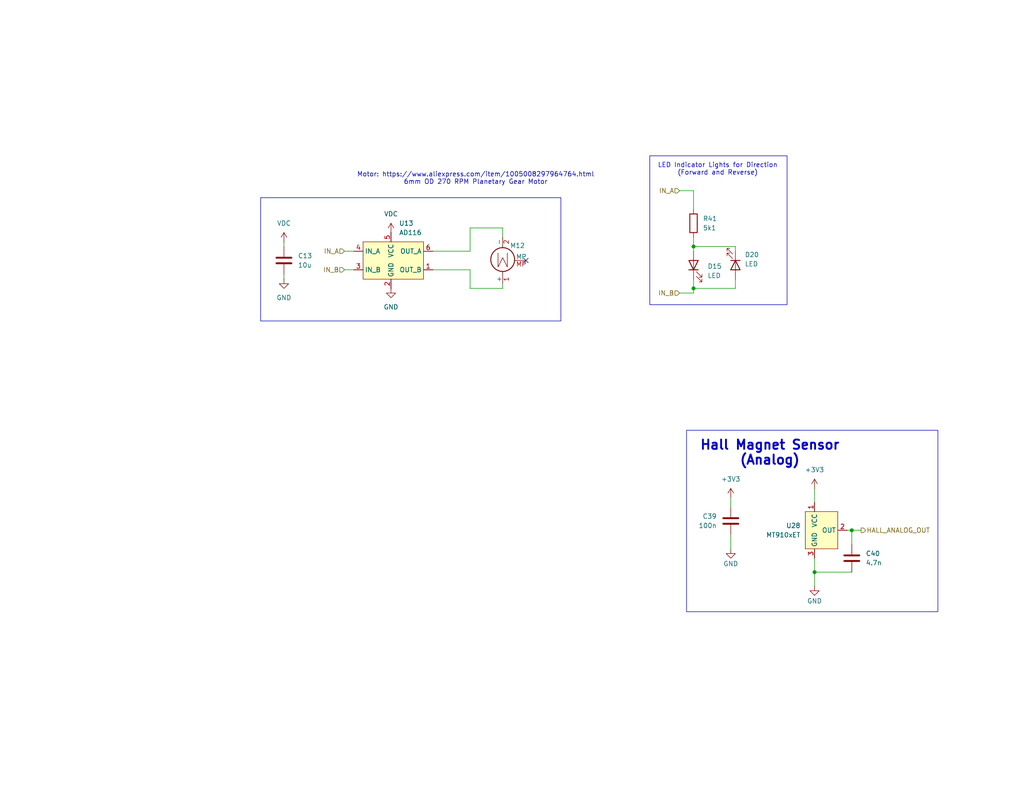
<source format=kicad_sch>
(kicad_sch (version 20231120) (generator "eeschema") (generator_version "8.0")
  (paper "USLetter")
  (lib_symbols
    (symbol "00-lib-symbols:MT910xET"
      (property "Reference" "U" (at -1.778 7.874 0))
      (property "Value" "MT910xET" (at 5.08 6.096 0))
      (symbol "MT910xET_1_1"
        (rectangle (start -2.54 5.08) (end 6.35 -5.08) (fill (type background)))
        (pin power_in line (at 0 7.62 270) (length 2.54) (name "VCC") (number "1"))
        (pin output line (at 8.89 0 180) (length 2.54) (name "OUT") (number "2"))
        (pin power_in line (at 0 -7.62 90) (length 2.54) (name "GND") (number "3"))
      )
    )
    (symbol "00-lib-symbols:Motor_DC_With_MP" (pin_names (offset 0))
      (property "Reference" "M" (at 2.54 2.54 0))
      (property "Value" "Motor_DC_With_MP" (at 2.54 -5.08 0))
      (symbol "Motor_DC_With_MP_0_0"
        (polyline (pts (xy -1.27 -3.302) (xy -1.27 0.508) (xy 0 -2.032) (xy 1.27 0.508) (xy 1.27 -3.302)))
      )
      (symbol "Motor_DC_With_MP_0_1"
        (circle (center 0 -1.524) (radius 3.2512) (stroke (width 0.254)))
        (polyline (pts (xy -3.81 -1.27) (xy -3.302 -1.27)))
        (polyline (pts (xy 0 -7.62) (xy 0 -7.112)))
        (polyline (pts (xy 0 -4.7752) (xy 0 -5.1816)))
        (polyline (pts (xy 0 1.7272) (xy 0 2.0828)))
        (polyline (pts (xy 0 2.032) (xy 0 2.54)))
      )
      (symbol "Motor_DC_With_MP_1_1"
        (pin passive line (at 0 5.08 270) (length 2.54) (name "+") (number "1"))
        (pin passive line (at 0 -7.62 90) (length 2.54) (name "-") (number "2"))
        (pin passive line (at -6.35 -1.27 0) (length 2.54) (name "MP") (number "MP"))
      )
    )
    (symbol "00-project-symbols:AD116_H_Bridge"
      (property "Reference" "U" (at 2.54 6.096 0))
      (property "Value" "AD116" (at -5.334 6.096 0))
      (symbol "AD116_H_Bridge_1_1"
        (rectangle (start -7.62 5.08) (end 8.89 -5.08) (fill (type background)))
        (pin output line (at 11.43 -2.54 180) (length 2.54) (name "OUT_B") (number "1"))
        (pin power_in line (at 0 -7.62 90) (length 2.54) (name "GND") (number "2"))
        (pin input line (at -10.16 -2.54 0) (length 2.54) (name "IN_B") (number "3"))
        (pin input line (at -10.16 2.54 0) (length 2.54) (name "IN_A") (number "4"))
        (pin power_in line (at 0 7.62 270) (length 2.54) (name "VCC") (number "5"))
        (pin output line (at 11.43 2.54 180) (length 2.54) (name "OUT_A") (number "6"))
      )
    )
    (symbol "Device:C" (pin_numbers hide) (pin_names (offset 0.254))
      (property "Reference" "C" (at 0.635 2.54 0))
      (property "Value" "C" (at 0.635 -2.54 0))
      (symbol "C_0_1"
        (polyline (pts (xy -2.032 -0.762) (xy 2.032 -0.762)) (stroke (width 0.508)))
        (polyline (pts (xy -2.032 0.762) (xy 2.032 0.762)) (stroke (width 0.508)))
      )
      (symbol "C_1_1"
        (pin passive line (at 0 3.81 270) (length 2.794) (name "~") (number "1"))
        (pin passive line (at 0 -3.81 90) (length 2.794) (name "~") (number "2"))
      )
    )
    (symbol "Device:LED" (pin_numbers hide) (pin_names (offset 1.016) hide)
      (property "Reference" "D" (at 0 2.54 0))
      (property "Value" "LED" (at 0 -2.54 0))
      (symbol "LED_0_1"
        (polyline (pts (xy -1.27 -1.27) (xy -1.27 1.27)) (stroke (width 0.254)))
        (polyline (pts (xy -1.27 0) (xy 1.27 0)))
        (polyline (pts (xy 1.27 -1.27) (xy 1.27 1.27) (xy -1.27 0) (xy 1.27 -1.27)) (stroke (width 0.254)))
        (polyline (pts (xy -3.048 -0.762) (xy -4.572 -2.286) (xy -3.81 -2.286) (xy -4.572 -2.286) (xy -4.572 -1.524)))
        (polyline (pts (xy -1.778 -0.762) (xy -3.302 -2.286) (xy -2.54 -2.286) (xy -3.302 -2.286) (xy -3.302 -1.524)))
      )
      (symbol "LED_1_1"
        (pin passive line (at -3.81 0 0) (length 2.54) (name "K") (number "1"))
        (pin passive line (at 3.81 0 180) (length 2.54) (name "A") (number "2"))
      )
    )
    (symbol "Device:R" (pin_numbers hide) (pin_names (offset 0))
      (property "Reference" "R" (at 2.032 0 90))
      (property "Value" "R" (at 0 0 90))
      (symbol "R_0_1"
        (rectangle (start -1.016 -2.54) (end 1.016 2.54) (stroke (width 0.254)))
      )
      (symbol "R_1_1"
        (pin passive line (at 0 3.81 270) (length 1.27) (name "~") (number "1"))
        (pin passive line (at 0 -3.81 90) (length 1.27) (name "~") (number "2"))
      )
    )
    (symbol "power:+3V3" (power) (pin_numbers hide) (pin_names (offset 0) hide)
      (property "Value" "+3V3" (at 0 3.556 0))
      (symbol "+3V3_0_1"
        (polyline (pts (xy -0.762 1.27) (xy 0 2.54)))
        (polyline (pts (xy 0 0) (xy 0 2.54)))
        (polyline (pts (xy 0 2.54) (xy 0.762 1.27)))
      )
      (symbol "+3V3_1_1"
        (pin power_in line (at 0 0 90) (length 0) (name "~") (number "1"))
      )
    )
    (symbol "power:GND" (power) (pin_numbers hide) (pin_names (offset 0) hide)
      (property "Value" "GND" (at 0 -3.81 0))
      (symbol "GND_0_1"
        (polyline (pts (xy 0 0) (xy 0 -1.27) (xy 1.27 -1.27) (xy 0 -2.54) (xy -1.27 -1.27) (xy 0 -1.27)))
      )
      (symbol "GND_1_1"
        (pin power_in line (at 0 0 270) (length 0) (name "~") (number "1"))
      )
    )
    (symbol "power:VDC" (power) (pin_numbers hide) (pin_names (offset 0) hide)
      (property "Value" "VDC" (at 0 3.556 0))
      (symbol "VDC_0_1"
        (polyline (pts (xy -0.762 1.27) (xy 0 2.54)))
        (polyline (pts (xy 0 0) (xy 0 2.54)))
        (polyline (pts (xy 0 2.54) (xy 0.762 1.27)))
      )
      (symbol "VDC_1_1"
        (pin power_in line (at 0 0 90) (length 0) (name "~") (number "1"))
      )
    )
  )
  (junction (at 222.25 156.21))
  (junction (at 232.41 144.78))
  (junction (at 189.23 78.74))
  (junction (at 189.23 67.31))
  (no_connect (at 143.51 71.12))
  (wire (pts (xy 232.41 144.78) (xy 232.41 148.59)))
  (wire (pts (xy 199.39 135.89) (xy 199.39 138.43)))
  (wire (pts (xy 199.39 146.05) (xy 199.39 149.86)))
  (wire (pts (xy 118.11 68.58) (xy 128.27 68.58)))
  (wire (pts (xy 77.47 74.93) (xy 77.47 76.2)))
  (wire (pts (xy 189.23 68.58) (xy 189.23 67.31)))
  (wire (pts (xy 189.23 57.15) (xy 189.23 52.07)))
  (wire (pts (xy 189.23 78.74) (xy 189.23 76.2)))
  (wire (pts (xy 189.23 52.07) (xy 185.42 52.07)))
  (wire (pts (xy 189.23 78.74) (xy 200.66 78.74)))
  (wire (pts (xy 222.25 156.21) (xy 222.25 152.4)))
  (wire (pts (xy 77.47 66.04) (xy 77.47 67.31)))
  (wire (pts (xy 128.27 78.74) (xy 137.16 78.74)))
  (wire (pts (xy 200.66 76.2) (xy 200.66 78.74)))
  (wire (pts (xy 200.66 68.58) (xy 200.66 67.31)))
  (wire (pts (xy 118.11 73.66) (xy 128.27 73.66)))
  (wire (pts (xy 93.98 73.66) (xy 96.52 73.66)))
  (wire (pts (xy 231.14 144.78) (xy 232.41 144.78)))
  (wire (pts (xy 137.16 64.77) (xy 137.16 62.23)))
  (wire (pts (xy 222.25 156.21) (xy 232.41 156.21)))
  (wire (pts (xy 137.16 62.23) (xy 128.27 62.23)))
  (wire (pts (xy 93.98 68.58) (xy 96.52 68.58)))
  (wire (pts (xy 128.27 62.23) (xy 128.27 68.58)))
  (wire (pts (xy 189.23 67.31) (xy 200.66 67.31)))
  (wire (pts (xy 189.23 80.01) (xy 189.23 78.74)))
  (wire (pts (xy 189.23 67.31) (xy 189.23 64.77)))
  (wire (pts (xy 232.41 144.78) (xy 234.95 144.78)))
  (wire (pts (xy 222.25 133.35) (xy 222.25 137.16)))
  (wire (pts (xy 137.16 78.74) (xy 137.16 77.47)))
  (wire (pts (xy 128.27 73.66) (xy 128.27 78.74)))
  (wire (pts (xy 185.42 80.01) (xy 189.23 80.01)))
  (wire (pts (xy 222.25 160.02) (xy 222.25 156.21)))
  (rectangle (start 187.325 117.475) (end 255.905 167.005))
  (rectangle (start 177.292 42.545) (end 214.757 83.185))
  (rectangle (start 71.12 53.975) (end 153.035 87.63))
  (text "LED Indicator Lights for Direction\n(Forward and Reverse)" (at 195.834 46.228 0) (effects (font (size 1.27 1.27))))
  (text "Hall Magnet Sensor\n(Analog)" (at 210.058 123.698 0) (effects (font (size 2.54 2.54) (thickness 0.508) (bold yes))))
  (text "Motor: https://www.aliexpress.com/item/1005008297964764.html\n6mm OD 270 RPM Planetary Gear Motor" (at 129.794 48.768 0) (effects (font (size 1.27 1.27))))
  (hierarchical_label "IN_A" (shape input) (at 93.98 68.58 180))
  (hierarchical_label "HALL_ANALOG_OUT" (shape output) (at 234.95 144.78 0))
  (hierarchical_label "IN_B" (shape input) (at 93.98 73.66 180))
  (hierarchical_label "IN_B" (shape input) (at 185.42 80.01 180))
  (hierarchical_label "IN_A" (shape input) (at 185.42 52.07 180))
  (symbol (lib_id "power:+3V3") (at 222.25 133.35 0) (unit 1)
    (property "Reference" "#PWR0160" (effects (hide yes)))
    (property "Value" "+3V3" (at 222.25 128.27 0))
    (property "Description" "Power symbol creates a global label with name \"+3V3\"" (effects (hide yes)))
    (instances (project "Braille-Column-Rods-PCB" (path "" (reference "#PWR0160") (unit 1)) (path "" (reference "#PWR0152") (unit 1)) (path "" (reference "#PWR0148") (unit 1)) (path "" (reference "#PWR0156") (unit 1))))
  )
  (symbol (lib_id "Device:C") (at 199.39 142.24 0) (mirror y) (unit 1)
    (property "Reference" "C39" (at 195.58 140.9699 0) (effects (justify left)))
    (property "Value" "100n" (at 195.58 143.5099 0) (effects (justify left)))
    (property "Footprint" "Capacitor_SMD:C_0603_1608Metric_Pad1.08x0.95mm_HandSolder" (effects (hide yes)))
    (property "Description" "Unpolarized capacitor" (effects (hide yes)))
    (instances (project "Braille-Column-Rods-PCB" (path "" (reference "C39") (unit 1)) (path "" (reference "C35") (unit 1)) (path "" (reference "C33") (unit 1)) (path "" (reference "C37") (unit 1))))
  )
  (symbol (lib_id "power:VDC") (at 77.47 66.04 0) (unit 1)
    (property "Reference" "#PWR099" (effects (hide yes)))
    (property "Value" "VDC" (at 77.47 60.96 0))
    (property "Description" "Power symbol creates a global label with name \"VDC\"" (effects (hide yes)))
    (instances (project "Braille-Column-Rods-PCB" (path "" (reference "#PWR099") (unit 1)) (path "" (reference "#PWR091") (unit 1)) (path "" (reference "#PWR087") (unit 1)) (path "" (reference "#PWR095") (unit 1))))
  )
  (symbol (lib_id "Device:C") (at 232.41 152.4 0) (unit 1)
    (property "Reference" "C40" (at 236.22 151.1299 0) (effects (justify left)))
    (property "Value" "4.7n" (at 236.22 153.6699 0) (effects (justify left)))
    (property "Footprint" "Capacitor_SMD:C_0603_1608Metric_Pad1.08x0.95mm_HandSolder" (effects (hide yes)))
    (property "Description" "Unpolarized capacitor" (effects (hide yes)))
    (instances (project "Braille-Column-Rods-PCB" (path "" (reference "C40") (unit 1)) (path "" (reference "C36") (unit 1)) (path "" (reference "C34") (unit 1)) (path "" (reference "C38") (unit 1))))
  )
  (symbol (lib_id "Device:LED") (at 200.66 72.39 270) (unit 1)
    (property "Reference" "D20" (at 203.2 69.5324 90) (effects (justify left)))
    (property "Value" "LED" (at 203.2 72.0724 90) (effects (justify left)))
    (property "Footprint" "LED_SMD:LED_0603_1608Metric_Pad1.05x0.95mm_HandSolder" (effects (hide yes)))
    (property "Description" "Light emitting diode" (effects (hide yes)))
    (instances (project "Braille-Column-Rods-PCB" (path "" (reference "D20") (unit 1)) (path "" (reference "D18") (unit 1)) (path "" (reference "D17") (unit 1)) (path "" (reference "D19") (unit 1))))
  )
  (symbol (lib_id "Device:LED") (at 189.23 72.39 90) (unit 1)
    (property "Reference" "D15" (at 193.04 72.7074 90) (effects (justify right)))
    (property "Value" "LED" (at 193.04 75.2474 90) (effects (justify right)))
    (property "Footprint" "LED_SMD:LED_0603_1608Metric_Pad1.05x0.95mm_HandSolder" (effects (hide yes)))
    (property "Description" "Light emitting diode" (effects (hide yes)))
    (instances (project "" (path "" (reference "D15") (unit 1)) (path "" (reference "D13") (unit 1)) (path "" (reference "D12") (unit 1)) (path "" (reference "D14") (unit 1))))
  )
  (symbol (lib_id "power:GND") (at 222.25 160.02 0) (unit 1)
    (property "Reference" "#PWR0161" (effects (hide yes)))
    (property "Value" "GND" (at 222.25 164.084 0))
    (property "Description" "Power symbol creates a global label with name \"GND\" , ground" (effects (hide yes)))
    (instances (project "Braille-Column-Rods-PCB" (path "" (reference "#PWR0161") (unit 1)) (path "" (reference "#PWR0153") (unit 1)) (path "" (reference "#PWR0149") (unit 1)) (path "" (reference "#PWR0157") (unit 1))))
  )
  (symbol (lib_id "power:GND") (at 77.47 76.2 0) (unit 1)
    (property "Reference" "#PWR0100" (effects (hide yes)))
    (property "Value" "GND" (at 77.47 81.28 0))
    (property "Description" "Power symbol creates a global label with name \"GND\" , ground" (effects (hide yes)))
    (instances (project "Braille-Column-Rods-PCB" (path "" (reference "#PWR0100") (unit 1)) (path "" (reference "#PWR092") (unit 1)) (path "" (reference "#PWR088") (unit 1)) (path "" (reference "#PWR096") (unit 1))))
  )
  (symbol (lib_id "power:GND") (at 106.68 78.74 0) (unit 1)
    (property "Reference" "#PWR0102" (effects (hide yes)))
    (property "Value" "GND" (at 106.68 83.82 0))
    (property "Description" "Power symbol creates a global label with name \"GND\" , ground" (effects (hide yes)))
    (instances (project "Braille-Column-Rods-PCB" (path "" (reference "#PWR0102") (unit 1)) (path "" (reference "#PWR094") (unit 1)) (path "" (reference "#PWR090") (unit 1)) (path "" (reference "#PWR098") (unit 1))))
  )
  (symbol (lib_id "power:VDC") (at 106.68 63.5 0) (unit 1)
    (property "Reference" "#PWR0101" (effects (hide yes)))
    (property "Value" "VDC" (at 106.68 58.42 0))
    (property "Description" "Power symbol creates a global label with name \"VDC\"" (effects (hide yes)))
    (instances (project "Braille-Column-Rods-PCB" (path "" (reference "#PWR0101") (unit 1)) (path "" (reference "#PWR093") (unit 1)) (path "" (reference "#PWR089") (unit 1)) (path "" (reference "#PWR097") (unit 1))))
  )
  (symbol (lib_id "power:GND") (at 199.39 149.86 0) (unit 1)
    (property "Reference" "#PWR0159" (effects (hide yes)))
    (property "Value" "GND" (at 199.39 153.924 0))
    (property "Description" "Power symbol creates a global label with name \"GND\" , ground" (effects (hide yes)))
    (instances (project "Braille-Column-Rods-PCB" (path "" (reference "#PWR0159") (unit 1)) (path "" (reference "#PWR0151") (unit 1)) (path "" (reference "#PWR0147") (unit 1)) (path "" (reference "#PWR0155") (unit 1))))
  )
  (symbol (lib_id "00-lib-symbols:Motor_DC_With_MP") (at 137.16 72.39 180) (unit 1)
    (property "Reference" "M12" (at 143.256 67.056 0) (effects (justify left)))
    (property "Value" "Motor_DC_With_MP" (effects (hide yes)))
    (property "Footprint" "00-lib-footprints:DC_Motor_6mm_OD_with_3_Stage_Gearbox" (effects (hide yes)))
    (property "Description" "DC Motor" (effects (hide yes)))
    (instances (project "" (path "" (reference "M12") (unit 1)) (path "" (reference "M10") (unit 1)) (path "" (reference "M9") (unit 1)) (path "" (reference "M11") (unit 1))))
  )
  (symbol (lib_id "power:+3V3") (at 199.39 135.89 0) (unit 1)
    (property "Reference" "#PWR0158" (effects (hide yes)))
    (property "Value" "+3V3" (at 199.39 130.81 0))
    (property "Description" "Power symbol creates a global label with name \"+3V3\"" (effects (hide yes)))
    (instances (project "Braille-Column-Rods-PCB" (path "" (reference "#PWR0158") (unit 1)) (path "" (reference "#PWR0150") (unit 1)) (path "" (reference "#PWR0146") (unit 1)) (path "" (reference "#PWR0154") (unit 1))))
  )
  (symbol (lib_id "00-lib-symbols:MT910xET") (at 222.25 144.78 0) (unit 1)
    (property "Reference" "U28" (at 218.44 143.5099 0) (effects (justify right)))
    (property "Value" "MT910xET" (at 218.44 146.0499 0) (effects (justify right)))
    (property "Footprint" "00-lib-footprints:SOT-23-Hall" (effects (hide yes)))
    (property "Datasheet" "https://www.lcsc.com/datasheet/lcsc_datasheet_2203071730_Magn-Tek-MT9101ET_C2977713.pdf" (effects (hide yes)))
    (instances (project "Braille-Column-Rods-PCB" (path "" (reference "U28") (unit 1)) (path "" (reference "U26") (unit 1)) (path "" (reference "U25") (unit 1)) (path "" (reference "U27") (unit 1))))
  )
  (symbol (lib_id "Device:C") (at 77.47 71.12 0) (unit 1)
    (property "Reference" "C13" (at 81.28 69.8499 0) (effects (justify left)))
    (property "Value" "10u" (at 81.28 72.3899 0) (effects (justify left)))
    (property "Footprint" "Capacitor_SMD:C_1206_3216Metric_Pad1.33x1.80mm_HandSolder" (effects (hide yes)))
    (property "Description" "Unpolarized capacitor" (effects (hide yes)))
    (instances (project "Braille-Column-Rods-PCB" (path "" (reference "C13") (unit 1)) (path "" (reference "C11") (unit 1)) (path "" (reference "C10") (unit 1)) (path "" (reference "C12") (unit 1))))
  )
  (symbol (lib_id "00-project-symbols:AD116_H_Bridge") (at 106.68 71.12 0) (unit 1)
    (property "Reference" "U13" (at 108.8741 60.96 0) (effects (justify left)))
    (property "Value" "AD116" (at 108.8741 63.5 0) (effects (justify left)))
    (property "Footprint" "Package_TO_SOT_SMD:SOT-23-6" (effects (hide yes)))
    (property "Datasheet" "https://www.lcsc.com/datasheet/lcsc_datasheet_2307170950_IDCHIP-AD116_C7463412.pdf" (effects (hide yes)))
    (instances (project "Braille-Column-Rods-PCB" (path "" (reference "U13") (unit 1)) (path "" (reference "U11") (unit 1)) (path "" (reference "U10") (unit 1)) (path "" (reference "U12") (unit 1))))
  )
  (symbol (lib_id "Device:R") (at 189.23 60.96 0) (unit 1)
    (property "Reference" "R41" (at 191.77 59.6899 0) (effects (justify left)))
    (property "Value" "5k1" (at 191.77 62.2299 0) (effects (justify left)))
    (property "Footprint" "Resistor_SMD:R_0603_1608Metric_Pad0.98x0.95mm_HandSolder" (effects (hide yes)))
    (property "Description" "Resistor" (effects (hide yes)))
    (instances (project "" (path "" (reference "R41") (unit 1)) (path "" (reference "R39") (unit 1)) (path "" (reference "R38") (unit 1)) (path "" (reference "R40") (unit 1))))
  )
)
</source>
